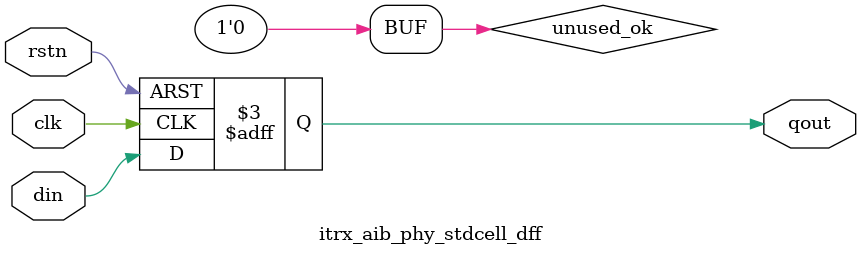
<source format=v>
module itrx_aib_phy_stdcell_dff (/*AUTOARG*/
   // Outputs
   qout,
   // Inputs
   din, clk, rstn
   );

// Type/flavor Used for different Vt, Drive strength, etc options of cells
//
parameter CELL_TYPE = 32'd0; 

input  din;
input  clk;
input  rstn;

output qout;

`ifndef TECH_IS_TSMC_16FFC

  reg qout;
  always @(posedge clk or negedge rstn) begin
    if (!rstn) begin
      qout <= 1'b0;
    end else begin
      qout <= din;
    end
  end

  wire unused_ok = &{CELL_TYPE};

`else

// Allow for 4 different flavors of DFF as in <>defines.vh
//
`include "itrx_aib_phy_tech_defines.vh"

generate
//lint_checking NOTECH off
  if          (CELL_TYPE == 32'd1) begin : gc1
    `DFF_CELL_T1
  end else if (CELL_TYPE == 32'd2) begin : gc2
    `DFF_CELL_T2
  end else if (CELL_TYPE == 32'd3) begin : gc3
    `DFF_CELL_T3
  end else                         begin : gc0
    `DFF_CELL_T0
  end
//lint_checking NOTECH on
endgenerate

// For example:
//DFCNQD0BWP16P90 u_dff (.D(din),.CP (clk),.CDN(rstn),.Q(qout));

`endif

endmodule

</source>
